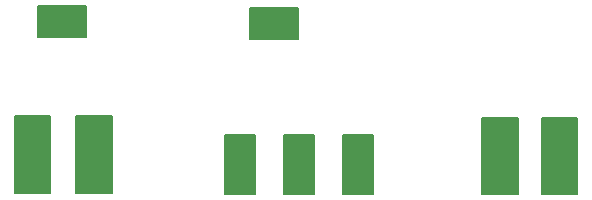
<source format=gbr>
%TF.GenerationSoftware,KiCad,Pcbnew,7.0.1*%
%TF.CreationDate,2023-08-30T01:06:13-03:00*%
%TF.ProjectId,Wakanda_MultiRobot,57616b61-6e64-4615-9f4d-756c7469526f,rev?*%
%TF.SameCoordinates,Original*%
%TF.FileFunction,Paste,Bot*%
%TF.FilePolarity,Positive*%
%FSLAX46Y46*%
G04 Gerber Fmt 4.6, Leading zero omitted, Abs format (unit mm)*
G04 Created by KiCad (PCBNEW 7.0.1) date 2023-08-30 01:06:13*
%MOMM*%
%LPD*%
G01*
G04 APERTURE LIST*
%ADD10C,0.150000*%
G04 APERTURE END LIST*
D10*
X180750000Y-101500000D02*
X183750000Y-101500000D01*
X183750000Y-108000000D01*
X180750000Y-108000000D01*
X180750000Y-101500000D01*
G36*
X180750000Y-101500000D02*
G01*
X183750000Y-101500000D01*
X183750000Y-108000000D01*
X180750000Y-108000000D01*
X180750000Y-101500000D01*
G37*
X164000000Y-103000000D02*
X166500000Y-103000000D01*
X166500000Y-108000000D01*
X164000000Y-108000000D01*
X164000000Y-103000000D01*
G36*
X164000000Y-103000000D02*
G01*
X166500000Y-103000000D01*
X166500000Y-108000000D01*
X164000000Y-108000000D01*
X164000000Y-103000000D01*
G37*
X143190000Y-92030000D02*
X147210000Y-92030000D01*
X147210000Y-94670000D01*
X143190000Y-94670000D01*
X143190000Y-92030000D01*
G36*
X143190000Y-92030000D02*
G01*
X147210000Y-92030000D01*
X147210000Y-94670000D01*
X143190000Y-94670000D01*
X143190000Y-92030000D01*
G37*
X185800000Y-101500000D02*
X188800000Y-101500000D01*
X188800000Y-108000000D01*
X185800000Y-108000000D01*
X185800000Y-101500000D01*
G36*
X185800000Y-101500000D02*
G01*
X188800000Y-101500000D01*
X188800000Y-108000000D01*
X185800000Y-108000000D01*
X185800000Y-101500000D01*
G37*
X141200000Y-101350000D02*
X144200000Y-101350000D01*
X144200000Y-107850000D01*
X141200000Y-107850000D01*
X141200000Y-101350000D01*
G36*
X141200000Y-101350000D02*
G01*
X144200000Y-101350000D01*
X144200000Y-107850000D01*
X141200000Y-107850000D01*
X141200000Y-101350000D01*
G37*
X146400000Y-101350000D02*
X149400000Y-101350000D01*
X149400000Y-107850000D01*
X146400000Y-107850000D01*
X146400000Y-101350000D01*
G36*
X146400000Y-101350000D02*
G01*
X149400000Y-101350000D01*
X149400000Y-107850000D01*
X146400000Y-107850000D01*
X146400000Y-101350000D01*
G37*
X169000000Y-103000000D02*
X171500000Y-103000000D01*
X171500000Y-108000000D01*
X169000000Y-108000000D01*
X169000000Y-103000000D01*
G36*
X169000000Y-103000000D02*
G01*
X171500000Y-103000000D01*
X171500000Y-108000000D01*
X169000000Y-108000000D01*
X169000000Y-103000000D01*
G37*
X161100000Y-92220000D02*
X165120000Y-92220000D01*
X165120000Y-94860000D01*
X161100000Y-94860000D01*
X161100000Y-92220000D01*
G36*
X161100000Y-92220000D02*
G01*
X165120000Y-92220000D01*
X165120000Y-94860000D01*
X161100000Y-94860000D01*
X161100000Y-92220000D01*
G37*
X159000000Y-103000000D02*
X161500000Y-103000000D01*
X161500000Y-108000000D01*
X159000000Y-108000000D01*
X159000000Y-103000000D01*
G36*
X159000000Y-103000000D02*
G01*
X161500000Y-103000000D01*
X161500000Y-108000000D01*
X159000000Y-108000000D01*
X159000000Y-103000000D01*
G37*
M02*

</source>
